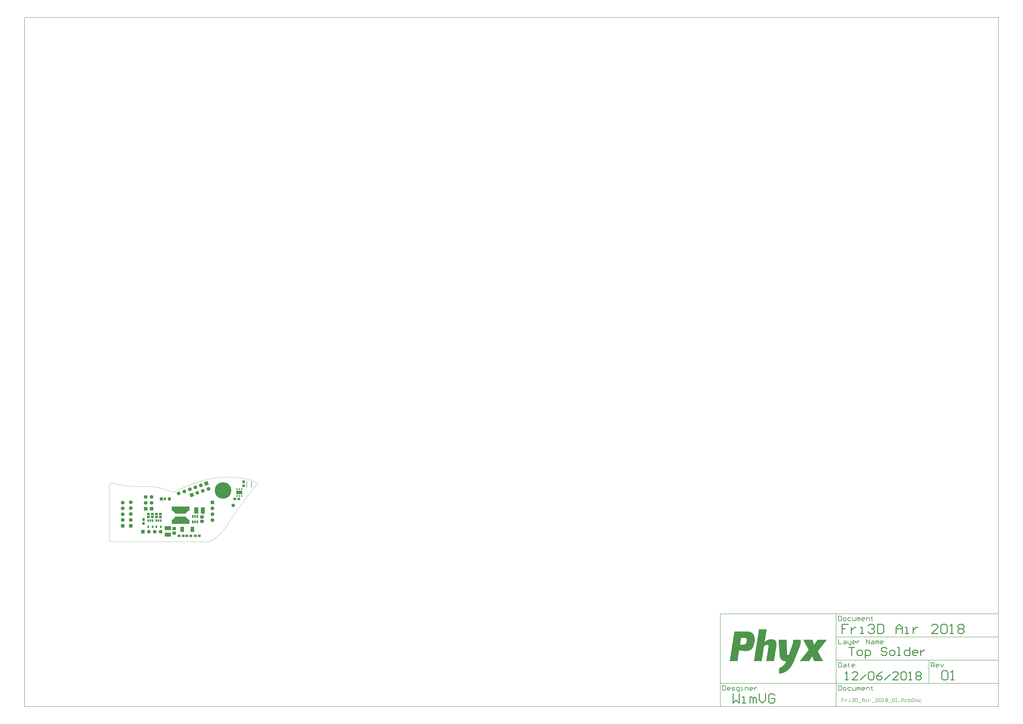
<source format=gts>
G04*
G04 #@! TF.GenerationSoftware,Altium Limited,Altium Designer,18.1.6 (161)*
G04*
G04 Layer_Color=8388736*
%FSLAX25Y25*%
%MOIN*%
G70*
G01*
G75*
%ADD10C,0.00787*%
%ADD11C,0.00984*%
%ADD13C,0.01575*%
%ADD18C,0.00394*%
%ADD33R,0.29921X0.07480*%
%ADD34R,0.24016X0.05118*%
%ADD35R,0.04724X0.04331*%
%ADD36R,0.02756X0.04331*%
%ADD37R,0.05906X0.08661*%
%ADD38R,0.14961X0.04724*%
%ADD39R,0.06299X0.05512*%
%ADD40R,0.06693X0.11024*%
%ADD41R,0.02756X0.04921*%
%ADD42R,0.04331X0.04724*%
%ADD43R,0.09843X0.06299*%
%ADD44R,0.01968X0.03150*%
%ADD45R,0.02362X0.01772*%
%ADD46R,0.11024X0.06693*%
%ADD47C,0.06299*%
%ADD48R,0.06299X0.06299*%
%ADD49R,0.04331X0.04331*%
G04:AMPARAMS|DCode=50|XSize=43.31mil|YSize=43.31mil|CornerRadius=11.81mil|HoleSize=0mil|Usage=FLASHONLY|Rotation=0.000|XOffset=0mil|YOffset=0mil|HoleType=Round|Shape=RoundedRectangle|*
%AMROUNDEDRECTD50*
21,1,0.04331,0.01968,0,0,0.0*
21,1,0.01968,0.04331,0,0,0.0*
1,1,0.02362,0.00984,-0.00984*
1,1,0.02362,-0.00984,-0.00984*
1,1,0.02362,-0.00984,0.00984*
1,1,0.02362,0.00984,0.00984*
%
%ADD50ROUNDEDRECTD50*%
G04:AMPARAMS|DCode=51|XSize=53.15mil|YSize=53.15mil|CornerRadius=14.27mil|HoleSize=0mil|Usage=FLASHONLY|Rotation=0.000|XOffset=0mil|YOffset=0mil|HoleType=Round|Shape=RoundedRectangle|*
%AMROUNDEDRECTD51*
21,1,0.05315,0.02461,0,0,0.0*
21,1,0.02461,0.05315,0,0,0.0*
1,1,0.02854,0.01230,-0.01230*
1,1,0.02854,-0.01230,-0.01230*
1,1,0.02854,-0.01230,0.01230*
1,1,0.02854,0.01230,0.01230*
%
%ADD51ROUNDEDRECTD51*%
%ADD52R,0.05315X0.05315*%
%ADD53R,0.06299X0.06299*%
%ADD54C,0.05906*%
%ADD55P,0.08908X4X65.0*%
%ADD56C,0.27953*%
G36*
X-38347Y58068D02*
X-38310Y58057D01*
X-38276Y58039D01*
X-38246Y58014D01*
X-38221Y57984D01*
X-38203Y57950D01*
X-38192Y57913D01*
X-38188Y57874D01*
Y51575D01*
X-38192Y51536D01*
X-38201Y51508D01*
X-38203Y51499D01*
X-38221Y51465D01*
X-38246Y51435D01*
X-38246Y51435D01*
X-41789Y47892D01*
X-41819Y47867D01*
X-41853Y47849D01*
X-41862Y47846D01*
X-41890Y47837D01*
X-41910Y47836D01*
X-41929Y47834D01*
X-41929Y47834D01*
X-58465D01*
X-58503Y47837D01*
X-58532Y47846D01*
X-58540Y47849D01*
X-58574Y47867D01*
X-58604Y47892D01*
X-58605Y47892D01*
X-62148Y51435D01*
X-62172Y51465D01*
X-62191Y51499D01*
X-62193Y51508D01*
X-62202Y51536D01*
X-62204Y51556D01*
X-62206Y51575D01*
X-62206Y51575D01*
Y57874D01*
X-62202Y57913D01*
X-62191Y57950D01*
X-62172Y57984D01*
X-62148Y58014D01*
X-62118Y58039D01*
X-62084Y58057D01*
X-62046Y58068D01*
X-62008Y58072D01*
X-38386D01*
X-38347Y58068D01*
D02*
G37*
G36*
X-41910Y42716D02*
X-41890Y42714D01*
X-41862Y42705D01*
X-41853Y42702D01*
X-41819Y42684D01*
X-41789Y42660D01*
X-38246Y39116D01*
X-38246Y39116D01*
X-38221Y39086D01*
X-38203Y39052D01*
X-38201Y39044D01*
X-38192Y39015D01*
X-38188Y38976D01*
Y32677D01*
X-38192Y32639D01*
X-38203Y32601D01*
X-38221Y32567D01*
X-38246Y32537D01*
X-38276Y32513D01*
X-38310Y32494D01*
X-38347Y32483D01*
X-38386Y32479D01*
X-62008D01*
X-62046Y32483D01*
X-62084Y32494D01*
X-62118Y32513D01*
X-62148Y32537D01*
X-62172Y32567D01*
X-62191Y32601D01*
X-62202Y32639D01*
X-62206Y32677D01*
Y38976D01*
X-62206Y38976D01*
X-62204Y38996D01*
X-62202Y39015D01*
X-62193Y39044D01*
X-62191Y39052D01*
X-62172Y39086D01*
X-62148Y39116D01*
X-58605Y42660D01*
X-58604Y42660D01*
X-58574Y42684D01*
X-58540Y42702D01*
X-58532Y42705D01*
X-58503Y42714D01*
X-58465Y42717D01*
X-41929D01*
X-41929Y42717D01*
X-41910Y42716D01*
D02*
G37*
G36*
X1047062Y-166394D02*
X1046775D01*
Y-166681D01*
X1046489D01*
Y-166967D01*
Y-167253D01*
X1046203D01*
Y-167539D01*
X1045916D01*
Y-167826D01*
X1045630D01*
Y-168112D01*
Y-168398D01*
X1045344D01*
Y-168685D01*
X1045057D01*
Y-168971D01*
X1044771D01*
Y-169257D01*
X1044485D01*
Y-169544D01*
Y-169830D01*
X1044198D01*
Y-170116D01*
X1043912D01*
Y-170403D01*
X1043626D01*
Y-170689D01*
Y-170975D01*
X1043340D01*
Y-171262D01*
X1043053D01*
Y-171548D01*
X1042767D01*
Y-171834D01*
X1042480D01*
Y-172120D01*
Y-172407D01*
X1042194D01*
Y-172693D01*
X1041908D01*
Y-172979D01*
X1041622D01*
Y-173266D01*
Y-173552D01*
X1041335D01*
Y-173838D01*
X1041049D01*
Y-174125D01*
X1040763D01*
Y-174411D01*
Y-174697D01*
X1040476D01*
Y-174984D01*
X1040190D01*
Y-175270D01*
X1039904D01*
Y-175556D01*
X1039617D01*
Y-175842D01*
Y-176129D01*
X1039331D01*
Y-176415D01*
X1039045D01*
Y-176701D01*
X1038758D01*
Y-176988D01*
Y-177274D01*
X1038472D01*
Y-177560D01*
X1038186D01*
Y-177847D01*
X1037899D01*
Y-178133D01*
Y-178419D01*
X1037613D01*
Y-178706D01*
X1037327D01*
Y-178992D01*
X1037041D01*
Y-179278D01*
X1036754D01*
Y-179565D01*
Y-179851D01*
X1036468D01*
Y-180137D01*
X1036182D01*
Y-180423D01*
X1035895D01*
Y-180710D01*
Y-180996D01*
X1035609D01*
Y-181282D01*
X1035323D01*
Y-181569D01*
X1035036D01*
Y-181855D01*
Y-182141D01*
X1034750D01*
Y-182428D01*
X1034464D01*
Y-182714D01*
X1034177D01*
Y-183000D01*
X1033891D01*
Y-183287D01*
Y-183573D01*
X1033605D01*
Y-183859D01*
X1033319D01*
Y-184146D01*
X1033032D01*
Y-184432D01*
Y-184718D01*
X1032746D01*
Y-185004D01*
X1032460D01*
Y-185291D01*
X1032173D01*
Y-185577D01*
X1031887D01*
Y-185863D01*
Y-186150D01*
X1032173D01*
Y-186436D01*
Y-186722D01*
X1032460D01*
Y-187009D01*
Y-187295D01*
X1032746D01*
Y-187581D01*
X1033032D01*
Y-187868D01*
Y-188154D01*
X1033319D01*
Y-188440D01*
Y-188727D01*
X1033605D01*
Y-189013D01*
Y-189299D01*
X1033891D01*
Y-189585D01*
Y-189872D01*
X1034177D01*
Y-190158D01*
Y-190444D01*
X1034464D01*
Y-190731D01*
Y-191017D01*
X1034750D01*
Y-191303D01*
Y-191590D01*
X1035036D01*
Y-191876D01*
Y-192162D01*
X1035323D01*
Y-192449D01*
X1035609D01*
Y-192735D01*
Y-193021D01*
X1035895D01*
Y-193308D01*
Y-193594D01*
X1036182D01*
Y-193880D01*
Y-194167D01*
X1036468D01*
Y-194453D01*
Y-194739D01*
X1036754D01*
Y-195025D01*
Y-195312D01*
X1037041D01*
Y-195598D01*
Y-195884D01*
X1037327D01*
Y-196171D01*
Y-196457D01*
X1037613D01*
Y-196743D01*
X1037899D01*
Y-197030D01*
Y-197316D01*
X1038186D01*
Y-197602D01*
Y-197889D01*
X1038472D01*
Y-198175D01*
Y-198461D01*
X1038758D01*
Y-198748D01*
Y-199034D01*
X1039045D01*
Y-199320D01*
Y-199606D01*
X1039331D01*
Y-199893D01*
Y-200179D01*
X1039617D01*
Y-200465D01*
Y-200752D01*
X1039904D01*
Y-201038D01*
X1040190D01*
Y-201324D01*
Y-201611D01*
X1040476D01*
Y-201897D01*
Y-202183D01*
X1040763D01*
Y-202470D01*
X1025588D01*
Y-202183D01*
X1025302D01*
Y-201897D01*
Y-201611D01*
Y-201324D01*
X1025016D01*
Y-201038D01*
Y-200752D01*
Y-200465D01*
X1024729D01*
Y-200179D01*
Y-199893D01*
X1024443D01*
Y-199606D01*
Y-199320D01*
Y-199034D01*
X1024156D01*
Y-198748D01*
Y-198461D01*
Y-198175D01*
X1023870D01*
Y-197889D01*
Y-197602D01*
X1023584D01*
Y-197316D01*
Y-197030D01*
Y-196743D01*
X1023298D01*
Y-196457D01*
Y-196171D01*
Y-195884D01*
X1023011D01*
Y-195598D01*
Y-195312D01*
Y-195025D01*
X1022725D01*
Y-194739D01*
X1022152D01*
Y-195025D01*
Y-195312D01*
X1021866D01*
Y-195598D01*
X1021580D01*
Y-195884D01*
Y-196171D01*
X1021293D01*
Y-196457D01*
X1021007D01*
Y-196743D01*
Y-197030D01*
X1020721D01*
Y-197316D01*
X1020434D01*
Y-197602D01*
Y-197889D01*
X1020148D01*
Y-198175D01*
X1019862D01*
Y-198461D01*
X1019576D01*
Y-198748D01*
Y-199034D01*
X1019289D01*
Y-199320D01*
X1019003D01*
Y-199606D01*
Y-199893D01*
X1018717D01*
Y-200179D01*
X1018430D01*
Y-200465D01*
Y-200752D01*
X1018144D01*
Y-201038D01*
X1017858D01*
Y-201324D01*
Y-201611D01*
X1017571D01*
Y-201897D01*
X1017285D01*
Y-202183D01*
Y-202470D01*
X1001252D01*
Y-202183D01*
X1001538D01*
Y-201897D01*
X1001824D01*
Y-201611D01*
X1002110D01*
Y-201324D01*
X1002397D01*
Y-201038D01*
Y-200752D01*
X1002683D01*
Y-200465D01*
X1002969D01*
Y-200179D01*
X1003256D01*
Y-199893D01*
X1003542D01*
Y-199606D01*
Y-199320D01*
X1003828D01*
Y-199034D01*
X1004115D01*
Y-198748D01*
X1004401D01*
Y-198461D01*
Y-198175D01*
X1004687D01*
Y-197889D01*
X1004974D01*
Y-197602D01*
X1005260D01*
Y-197316D01*
X1005546D01*
Y-197030D01*
Y-196743D01*
X1005832D01*
Y-196457D01*
X1006119D01*
Y-196171D01*
X1006405D01*
Y-195884D01*
X1006691D01*
Y-195598D01*
Y-195312D01*
X1006978D01*
Y-195025D01*
X1007264D01*
Y-194739D01*
X1007550D01*
Y-194453D01*
Y-194167D01*
X1007837D01*
Y-193880D01*
X1008123D01*
Y-193594D01*
X1008409D01*
Y-193308D01*
X1008696D01*
Y-193021D01*
Y-192735D01*
X1008982D01*
Y-192449D01*
X1009268D01*
Y-192162D01*
X1009555D01*
Y-191876D01*
Y-191590D01*
X1009841D01*
Y-191303D01*
X1010127D01*
Y-191017D01*
X1010413D01*
Y-190731D01*
X1010700D01*
Y-190444D01*
Y-190158D01*
X1010986D01*
Y-189872D01*
X1011272D01*
Y-189585D01*
X1011559D01*
Y-189299D01*
Y-189013D01*
X1011845D01*
Y-188727D01*
X1012131D01*
Y-188440D01*
X1012418D01*
Y-188154D01*
X1012704D01*
Y-187868D01*
Y-187581D01*
X1012990D01*
Y-187295D01*
X1013277D01*
Y-187009D01*
X1013563D01*
Y-186722D01*
X1013849D01*
Y-186436D01*
Y-186150D01*
X1014136D01*
Y-185863D01*
X1014422D01*
Y-185577D01*
X1014708D01*
Y-185291D01*
Y-185004D01*
X1014995D01*
Y-184718D01*
X1015281D01*
Y-184432D01*
X1015567D01*
Y-184146D01*
X1015853D01*
Y-183859D01*
Y-183573D01*
X1016140D01*
Y-183287D01*
Y-183000D01*
Y-182714D01*
X1015853D01*
Y-182428D01*
X1015567D01*
Y-182141D01*
Y-181855D01*
X1015281D01*
Y-181569D01*
Y-181282D01*
X1014995D01*
Y-180996D01*
Y-180710D01*
X1014708D01*
Y-180423D01*
Y-180137D01*
X1014422D01*
Y-179851D01*
Y-179565D01*
X1014136D01*
Y-179278D01*
Y-178992D01*
X1013849D01*
Y-178706D01*
X1013563D01*
Y-178419D01*
Y-178133D01*
X1013277D01*
Y-177847D01*
Y-177560D01*
X1012990D01*
Y-177274D01*
Y-176988D01*
X1012704D01*
Y-176701D01*
Y-176415D01*
X1012418D01*
Y-176129D01*
Y-175842D01*
X1012131D01*
Y-175556D01*
Y-175270D01*
X1011845D01*
Y-174984D01*
X1011559D01*
Y-174697D01*
Y-174411D01*
X1011272D01*
Y-174125D01*
Y-173838D01*
X1010986D01*
Y-173552D01*
Y-173266D01*
X1010700D01*
Y-172979D01*
Y-172693D01*
X1010413D01*
Y-172407D01*
Y-172120D01*
X1010127D01*
Y-171834D01*
Y-171548D01*
X1009841D01*
Y-171262D01*
Y-170975D01*
X1009555D01*
Y-170689D01*
X1009268D01*
Y-170403D01*
Y-170116D01*
X1008982D01*
Y-169830D01*
Y-169544D01*
X1008696D01*
Y-169257D01*
Y-168971D01*
X1008409D01*
Y-168685D01*
Y-168398D01*
X1008123D01*
Y-168112D01*
Y-167826D01*
X1007837D01*
Y-167539D01*
Y-167253D01*
X1007550D01*
Y-166967D01*
X1007264D01*
Y-166681D01*
Y-166394D01*
X1006978D01*
Y-166108D01*
X1022725D01*
Y-166394D01*
X1023011D01*
Y-166681D01*
Y-166967D01*
Y-167253D01*
X1023298D01*
Y-167539D01*
Y-167826D01*
Y-168112D01*
X1023584D01*
Y-168398D01*
Y-168685D01*
Y-168971D01*
X1023870D01*
Y-169257D01*
Y-169544D01*
Y-169830D01*
X1024156D01*
Y-170116D01*
Y-170403D01*
Y-170689D01*
X1024443D01*
Y-170975D01*
Y-171262D01*
Y-171548D01*
X1024729D01*
Y-171834D01*
Y-172120D01*
Y-172407D01*
X1025016D01*
Y-172693D01*
Y-172979D01*
Y-173266D01*
X1025302D01*
Y-173552D01*
Y-173838D01*
Y-174125D01*
Y-174411D01*
X1025874D01*
Y-174125D01*
X1026161D01*
Y-173838D01*
X1026447D01*
Y-173552D01*
Y-173266D01*
X1026733D01*
Y-172979D01*
X1027020D01*
Y-172693D01*
Y-172407D01*
X1027306D01*
Y-172120D01*
X1027592D01*
Y-171834D01*
Y-171548D01*
X1027879D01*
Y-171262D01*
X1028165D01*
Y-170975D01*
Y-170689D01*
X1028451D01*
Y-170403D01*
X1028738D01*
Y-170116D01*
Y-169830D01*
X1029024D01*
Y-169544D01*
X1029310D01*
Y-169257D01*
Y-168971D01*
X1029597D01*
Y-168685D01*
X1029883D01*
Y-168398D01*
Y-168112D01*
X1030169D01*
Y-167826D01*
X1030455D01*
Y-167539D01*
Y-167253D01*
X1030742D01*
Y-166967D01*
X1031028D01*
Y-166681D01*
Y-166394D01*
X1031314D01*
Y-166108D01*
X1047062D01*
Y-166394D01*
D02*
G37*
G36*
X913926Y-152365D02*
X915644D01*
Y-152651D01*
X916503D01*
Y-152937D01*
X917362D01*
Y-153224D01*
X918221D01*
Y-153510D01*
X918793D01*
Y-153796D01*
X919080D01*
Y-154083D01*
X919652D01*
Y-154369D01*
X919939D01*
Y-154655D01*
X920511D01*
Y-154942D01*
X920798D01*
Y-155228D01*
X921084D01*
Y-155514D01*
X921370D01*
Y-155801D01*
X921657D01*
Y-156087D01*
X921943D01*
Y-156373D01*
X922229D01*
Y-156659D01*
Y-156946D01*
X922515D01*
Y-157232D01*
X922802D01*
Y-157518D01*
Y-157805D01*
X923088D01*
Y-158091D01*
X923374D01*
Y-158377D01*
Y-158664D01*
X923661D01*
Y-158950D01*
Y-159236D01*
Y-159523D01*
X923947D01*
Y-159809D01*
Y-160095D01*
Y-160382D01*
X924233D01*
Y-160668D01*
Y-160954D01*
Y-161240D01*
Y-161527D01*
X924520D01*
Y-161813D01*
Y-162100D01*
Y-162386D01*
Y-162672D01*
Y-162958D01*
X924806D01*
Y-163245D01*
Y-163531D01*
Y-163817D01*
Y-164104D01*
Y-164390D01*
Y-164676D01*
Y-164963D01*
Y-165249D01*
Y-165535D01*
Y-165822D01*
Y-166108D01*
Y-166394D01*
Y-166681D01*
Y-166967D01*
Y-167253D01*
Y-167539D01*
Y-167826D01*
Y-168112D01*
Y-168398D01*
Y-168685D01*
X924520D01*
Y-168971D01*
Y-169257D01*
Y-169544D01*
Y-169830D01*
Y-170116D01*
Y-170403D01*
Y-170689D01*
X924233D01*
Y-170975D01*
Y-171262D01*
Y-171548D01*
Y-171834D01*
Y-172120D01*
X923947D01*
Y-172407D01*
Y-172693D01*
Y-172979D01*
Y-173266D01*
Y-173552D01*
X923661D01*
Y-173838D01*
Y-174125D01*
Y-174411D01*
X923374D01*
Y-174697D01*
Y-174984D01*
Y-175270D01*
Y-175556D01*
X923088D01*
Y-175842D01*
Y-176129D01*
Y-176415D01*
X922802D01*
Y-176701D01*
Y-176988D01*
X922515D01*
Y-177274D01*
Y-177560D01*
Y-177847D01*
X922229D01*
Y-178133D01*
Y-178419D01*
X921943D01*
Y-178706D01*
Y-178992D01*
X921657D01*
Y-179278D01*
Y-179565D01*
X921370D01*
Y-179851D01*
X921084D01*
Y-180137D01*
Y-180423D01*
X920798D01*
Y-180710D01*
X920511D01*
Y-180996D01*
X920225D01*
Y-181282D01*
Y-181569D01*
X919939D01*
Y-181855D01*
X919652D01*
Y-182141D01*
X919366D01*
Y-182428D01*
X919080D01*
Y-182714D01*
X918793D01*
Y-183000D01*
X918221D01*
Y-183287D01*
X917934D01*
Y-183573D01*
X917362D01*
Y-183859D01*
X917076D01*
Y-184146D01*
X916503D01*
Y-184432D01*
X915644D01*
Y-184718D01*
X914785D01*
Y-185004D01*
X913926D01*
Y-185291D01*
X912208D01*
Y-185577D01*
X907055D01*
Y-185291D01*
X904478D01*
Y-185004D01*
X902474D01*
Y-184718D01*
X901042D01*
Y-184432D01*
X899610D01*
Y-184146D01*
X898179D01*
Y-184432D01*
Y-184718D01*
Y-185004D01*
Y-185291D01*
Y-185577D01*
Y-185863D01*
Y-186150D01*
X897892D01*
Y-186436D01*
Y-186722D01*
Y-187009D01*
Y-187295D01*
Y-187581D01*
Y-187868D01*
X897606D01*
Y-188154D01*
Y-188440D01*
Y-188727D01*
Y-189013D01*
Y-189299D01*
Y-189585D01*
X897320D01*
Y-189872D01*
Y-190158D01*
Y-190444D01*
Y-190731D01*
Y-191017D01*
Y-191303D01*
Y-191590D01*
X897034D01*
Y-191876D01*
Y-192162D01*
Y-192449D01*
Y-192735D01*
Y-193021D01*
Y-193308D01*
X896747D01*
Y-193594D01*
Y-193880D01*
Y-194167D01*
Y-194453D01*
Y-194739D01*
Y-195025D01*
X896461D01*
Y-195312D01*
Y-195598D01*
Y-195884D01*
Y-196171D01*
Y-196457D01*
Y-196743D01*
Y-197030D01*
X896175D01*
Y-197316D01*
Y-197602D01*
Y-197889D01*
Y-198175D01*
Y-198461D01*
Y-198748D01*
X895888D01*
Y-199034D01*
Y-199320D01*
Y-199606D01*
Y-199893D01*
Y-200179D01*
Y-200465D01*
X895602D01*
Y-200752D01*
Y-201038D01*
Y-201324D01*
Y-201611D01*
Y-201897D01*
Y-202183D01*
Y-202470D01*
X882145D01*
Y-202183D01*
X882432D01*
Y-201897D01*
Y-201611D01*
Y-201324D01*
Y-201038D01*
Y-200752D01*
X882718D01*
Y-200465D01*
Y-200179D01*
Y-199893D01*
Y-199606D01*
Y-199320D01*
Y-199034D01*
Y-198748D01*
X883004D01*
Y-198461D01*
Y-198175D01*
Y-197889D01*
Y-197602D01*
Y-197316D01*
Y-197030D01*
X883291D01*
Y-196743D01*
Y-196457D01*
Y-196171D01*
Y-195884D01*
Y-195598D01*
Y-195312D01*
X883577D01*
Y-195025D01*
Y-194739D01*
Y-194453D01*
Y-194167D01*
Y-193880D01*
Y-193594D01*
Y-193308D01*
X883863D01*
Y-193021D01*
Y-192735D01*
Y-192449D01*
Y-192162D01*
Y-191876D01*
Y-191590D01*
X884149D01*
Y-191303D01*
Y-191017D01*
Y-190731D01*
Y-190444D01*
Y-190158D01*
Y-189872D01*
X884436D01*
Y-189585D01*
Y-189299D01*
Y-189013D01*
Y-188727D01*
Y-188440D01*
Y-188154D01*
X884722D01*
Y-187868D01*
Y-187581D01*
Y-187295D01*
Y-187009D01*
Y-186722D01*
Y-186436D01*
Y-186150D01*
X885009D01*
Y-185863D01*
Y-185577D01*
Y-185291D01*
Y-185004D01*
Y-184718D01*
Y-184432D01*
X885295D01*
Y-184146D01*
Y-183859D01*
Y-183573D01*
Y-183287D01*
Y-183000D01*
Y-182714D01*
X885581D01*
Y-182428D01*
Y-182141D01*
Y-181855D01*
Y-181569D01*
Y-181282D01*
Y-180996D01*
X885867D01*
Y-180710D01*
Y-180423D01*
Y-180137D01*
Y-179851D01*
Y-179565D01*
Y-179278D01*
Y-178992D01*
X886154D01*
Y-178706D01*
Y-178419D01*
Y-178133D01*
Y-177847D01*
Y-177560D01*
Y-177274D01*
X886440D01*
Y-176988D01*
Y-176701D01*
Y-176415D01*
Y-176129D01*
Y-175842D01*
Y-175556D01*
X886726D01*
Y-175270D01*
Y-174984D01*
Y-174697D01*
Y-174411D01*
Y-174125D01*
Y-173838D01*
Y-173552D01*
X887013D01*
Y-173266D01*
Y-172979D01*
Y-172693D01*
Y-172407D01*
Y-172120D01*
Y-171834D01*
X887299D01*
Y-171548D01*
Y-171262D01*
Y-170975D01*
Y-170689D01*
Y-170403D01*
Y-170116D01*
X887585D01*
Y-169830D01*
Y-169544D01*
Y-169257D01*
Y-168971D01*
Y-168685D01*
Y-168398D01*
X887872D01*
Y-168112D01*
Y-167826D01*
Y-167539D01*
Y-167253D01*
Y-166967D01*
Y-166681D01*
Y-166394D01*
X888158D01*
Y-166108D01*
Y-165822D01*
Y-165535D01*
Y-165249D01*
Y-164963D01*
Y-164676D01*
X888444D01*
Y-164390D01*
Y-164104D01*
Y-163817D01*
Y-163531D01*
Y-163245D01*
Y-162958D01*
X888731D01*
Y-162672D01*
Y-162386D01*
Y-162100D01*
Y-161813D01*
Y-161527D01*
Y-161240D01*
Y-160954D01*
X889017D01*
Y-160668D01*
Y-160382D01*
Y-160095D01*
Y-159809D01*
Y-159523D01*
Y-159236D01*
X889303D01*
Y-158950D01*
Y-158664D01*
Y-158377D01*
Y-158091D01*
Y-157805D01*
Y-157518D01*
X889590D01*
Y-157232D01*
Y-156946D01*
Y-156659D01*
Y-156373D01*
Y-156087D01*
Y-155801D01*
Y-155514D01*
X889876D01*
Y-155228D01*
Y-154942D01*
Y-154655D01*
Y-154369D01*
Y-154083D01*
Y-153796D01*
X890162D01*
Y-153510D01*
Y-153224D01*
Y-152937D01*
Y-152651D01*
Y-152365D01*
Y-152078D01*
X913926D01*
Y-152365D01*
D02*
G37*
G36*
X1002969Y-166394D02*
Y-166681D01*
Y-166967D01*
Y-167253D01*
Y-167539D01*
Y-167826D01*
Y-168112D01*
Y-168398D01*
Y-168685D01*
Y-168971D01*
Y-169257D01*
Y-169544D01*
Y-169830D01*
Y-170116D01*
Y-170403D01*
Y-170689D01*
Y-170975D01*
Y-171262D01*
Y-171548D01*
Y-171834D01*
Y-172120D01*
X1002683D01*
Y-172407D01*
Y-172693D01*
Y-172979D01*
Y-173266D01*
Y-173552D01*
X1002397D01*
Y-173838D01*
Y-174125D01*
Y-174411D01*
Y-174697D01*
X1002110D01*
Y-174984D01*
Y-175270D01*
Y-175556D01*
Y-175842D01*
X1001824D01*
Y-176129D01*
Y-176415D01*
Y-176701D01*
X1001538D01*
Y-176988D01*
Y-177274D01*
Y-177560D01*
X1001252D01*
Y-177847D01*
Y-178133D01*
Y-178419D01*
X1000965D01*
Y-178706D01*
Y-178992D01*
Y-179278D01*
X1000679D01*
Y-179565D01*
Y-179851D01*
X1000393D01*
Y-180137D01*
Y-180423D01*
X1000106D01*
Y-180710D01*
Y-180996D01*
Y-181282D01*
X999820D01*
Y-181569D01*
Y-181855D01*
X999534D01*
Y-182141D01*
Y-182428D01*
Y-182714D01*
X999247D01*
Y-183000D01*
Y-183287D01*
X998961D01*
Y-183573D01*
Y-183859D01*
Y-184146D01*
X998675D01*
Y-184432D01*
Y-184718D01*
X998388D01*
Y-185004D01*
Y-185291D01*
Y-185577D01*
X998102D01*
Y-185863D01*
Y-186150D01*
X997816D01*
Y-186436D01*
Y-186722D01*
Y-187009D01*
X997529D01*
Y-187295D01*
Y-187581D01*
X997243D01*
Y-187868D01*
Y-188154D01*
Y-188440D01*
X996957D01*
Y-188727D01*
Y-189013D01*
X996671D01*
Y-189299D01*
Y-189585D01*
Y-189872D01*
X996384D01*
Y-190158D01*
Y-190444D01*
X996098D01*
Y-190731D01*
Y-191017D01*
Y-191303D01*
X995811D01*
Y-191590D01*
Y-191876D01*
X995525D01*
Y-192162D01*
Y-192449D01*
Y-192735D01*
X995239D01*
Y-193021D01*
Y-193308D01*
X994953D01*
Y-193594D01*
Y-193880D01*
Y-194167D01*
X994666D01*
Y-194453D01*
Y-194739D01*
X994380D01*
Y-195025D01*
Y-195312D01*
Y-195598D01*
X994094D01*
Y-195884D01*
Y-196171D01*
X993807D01*
Y-196457D01*
Y-196743D01*
Y-197030D01*
X993521D01*
Y-197316D01*
Y-197602D01*
X993235D01*
Y-197889D01*
Y-198175D01*
Y-198461D01*
X992948D01*
Y-198748D01*
Y-199034D01*
X992662D01*
Y-199320D01*
Y-199606D01*
Y-199893D01*
X992376D01*
Y-200179D01*
Y-200465D01*
X992089D01*
Y-200752D01*
Y-201038D01*
Y-201324D01*
X991803D01*
Y-201611D01*
Y-201897D01*
X991517D01*
Y-202183D01*
Y-202470D01*
Y-202756D01*
X991230D01*
Y-203042D01*
Y-203328D01*
X990944D01*
Y-203615D01*
Y-203901D01*
X990658D01*
Y-204187D01*
Y-204474D01*
X990372D01*
Y-204760D01*
Y-205046D01*
Y-205333D01*
X990085D01*
Y-205619D01*
X989799D01*
Y-205905D01*
Y-206192D01*
Y-206478D01*
X989513D01*
Y-206764D01*
X989226D01*
Y-207051D01*
Y-207337D01*
X988940D01*
Y-207623D01*
Y-207909D01*
X988654D01*
Y-208196D01*
Y-208482D01*
X988367D01*
Y-208769D01*
Y-209055D01*
X988081D01*
Y-209341D01*
X987795D01*
Y-209627D01*
Y-209914D01*
X987508D01*
Y-210200D01*
Y-210486D01*
X987222D01*
Y-210773D01*
X986936D01*
Y-211059D01*
X986650D01*
Y-211345D01*
Y-211632D01*
X986363D01*
Y-211918D01*
X986077D01*
Y-212204D01*
Y-212491D01*
X985791D01*
Y-212777D01*
X985504D01*
Y-213063D01*
X985218D01*
Y-213350D01*
Y-213636D01*
X984932D01*
Y-213922D01*
X984645D01*
Y-214208D01*
X984359D01*
Y-214495D01*
X984073D01*
Y-214781D01*
X983786D01*
Y-215067D01*
Y-215354D01*
X983500D01*
Y-215640D01*
X983214D01*
Y-215926D01*
X982928D01*
Y-216213D01*
X982641D01*
Y-216499D01*
X982355D01*
Y-216785D01*
X982069D01*
Y-217072D01*
X981782D01*
Y-217358D01*
X981210D01*
Y-217644D01*
X980923D01*
Y-217931D01*
X980637D01*
Y-218217D01*
X980351D01*
Y-218503D01*
X980064D01*
Y-218789D01*
X979492D01*
Y-219076D01*
X979205D01*
Y-219362D01*
X978633D01*
Y-219648D01*
X978347D01*
Y-219935D01*
X977774D01*
Y-220221D01*
X977487D01*
Y-220507D01*
X976915D01*
Y-220794D01*
X976342D01*
Y-221080D01*
X975770D01*
Y-221366D01*
X975197D01*
Y-221653D01*
X974624D01*
Y-221939D01*
X973765D01*
Y-222225D01*
X973193D01*
Y-222512D01*
X972334D01*
Y-222798D01*
X971189D01*
Y-223084D01*
X970043D01*
Y-223370D01*
X968326D01*
Y-223657D01*
X966321D01*
Y-223943D01*
X966035D01*
Y-223657D01*
Y-223370D01*
Y-223084D01*
Y-222798D01*
Y-222512D01*
Y-222225D01*
Y-221939D01*
Y-221653D01*
Y-221366D01*
Y-221080D01*
Y-220794D01*
Y-220507D01*
Y-220221D01*
Y-219935D01*
Y-219648D01*
Y-219362D01*
Y-219076D01*
Y-218789D01*
Y-218503D01*
Y-218217D01*
Y-217931D01*
Y-217644D01*
Y-217358D01*
Y-217072D01*
Y-216785D01*
Y-216499D01*
Y-216213D01*
Y-215926D01*
Y-215640D01*
Y-215354D01*
Y-215067D01*
Y-214781D01*
Y-214495D01*
X966608D01*
Y-214208D01*
X967180D01*
Y-213922D01*
X967753D01*
Y-213636D01*
X968326D01*
Y-213350D01*
X968898D01*
Y-213063D01*
X969471D01*
Y-212777D01*
X969757D01*
Y-212491D01*
X970330D01*
Y-212204D01*
X970616D01*
Y-211918D01*
X971189D01*
Y-211632D01*
X971475D01*
Y-211345D01*
X971761D01*
Y-211059D01*
X972334D01*
Y-210773D01*
X972620D01*
Y-210486D01*
X972906D01*
Y-210200D01*
X973193D01*
Y-209914D01*
X973479D01*
Y-209627D01*
X973765D01*
Y-209341D01*
X974052D01*
Y-209055D01*
X974338D01*
Y-208769D01*
X974624D01*
Y-208482D01*
X974911D01*
Y-208196D01*
X975197D01*
Y-207909D01*
X975483D01*
Y-207623D01*
Y-207337D01*
X975770D01*
Y-207051D01*
X976056D01*
Y-206764D01*
X976342D01*
Y-206478D01*
Y-206192D01*
X976629D01*
Y-205905D01*
X976915D01*
Y-205619D01*
Y-205333D01*
X977201D01*
Y-205046D01*
Y-204760D01*
X977487D01*
Y-204474D01*
X977774D01*
Y-204187D01*
Y-203901D01*
X978060D01*
Y-203615D01*
Y-203328D01*
X978347D01*
Y-203042D01*
Y-202756D01*
X976629D01*
Y-202470D01*
X974624D01*
Y-202183D01*
X973479D01*
Y-201897D01*
X972906D01*
Y-201611D01*
X972048D01*
Y-201324D01*
X971475D01*
Y-201038D01*
X971189D01*
Y-200752D01*
X970616D01*
Y-200465D01*
X970330D01*
Y-200179D01*
X970043D01*
Y-199893D01*
X969757D01*
Y-199606D01*
X969471D01*
Y-199320D01*
X969184D01*
Y-199034D01*
Y-198748D01*
X968898D01*
Y-198461D01*
X968612D01*
Y-198175D01*
Y-197889D01*
X968326D01*
Y-197602D01*
Y-197316D01*
X968039D01*
Y-197030D01*
Y-196743D01*
X967753D01*
Y-196457D01*
Y-196171D01*
Y-195884D01*
X967467D01*
Y-195598D01*
Y-195312D01*
Y-195025D01*
Y-194739D01*
X967180D01*
Y-194453D01*
Y-194167D01*
Y-193880D01*
Y-193594D01*
Y-193308D01*
Y-193021D01*
Y-192735D01*
X966894D01*
Y-192449D01*
Y-192162D01*
Y-191876D01*
Y-191590D01*
Y-191303D01*
Y-191017D01*
Y-190731D01*
Y-190444D01*
Y-190158D01*
Y-189872D01*
Y-189585D01*
Y-189299D01*
Y-189013D01*
Y-188727D01*
Y-188440D01*
X966608D01*
Y-188154D01*
Y-187868D01*
Y-187581D01*
Y-187295D01*
Y-187009D01*
Y-186722D01*
Y-186436D01*
Y-186150D01*
Y-185863D01*
Y-185577D01*
Y-185291D01*
Y-185004D01*
Y-184718D01*
Y-184432D01*
Y-184146D01*
X966321D01*
Y-183859D01*
Y-183573D01*
Y-183287D01*
Y-183000D01*
Y-182714D01*
Y-182428D01*
Y-182141D01*
Y-181855D01*
Y-181569D01*
Y-181282D01*
Y-180996D01*
Y-180710D01*
Y-180423D01*
Y-180137D01*
Y-179851D01*
Y-179565D01*
X966035D01*
Y-179278D01*
Y-178992D01*
Y-178706D01*
Y-178419D01*
Y-178133D01*
Y-177847D01*
Y-177560D01*
Y-177274D01*
Y-176988D01*
Y-176701D01*
Y-176415D01*
Y-176129D01*
Y-175842D01*
Y-175556D01*
Y-175270D01*
Y-174984D01*
X965749D01*
Y-174697D01*
Y-174411D01*
Y-174125D01*
Y-173838D01*
Y-173552D01*
Y-173266D01*
Y-172979D01*
Y-172693D01*
Y-172407D01*
Y-172120D01*
Y-171834D01*
Y-171548D01*
Y-171262D01*
Y-170975D01*
X965462D01*
Y-170689D01*
Y-170403D01*
Y-170116D01*
Y-169830D01*
Y-169544D01*
Y-169257D01*
Y-168971D01*
Y-168685D01*
Y-168398D01*
Y-168112D01*
Y-167826D01*
Y-167539D01*
Y-167253D01*
Y-166967D01*
Y-166681D01*
Y-166394D01*
X965176D01*
Y-166108D01*
X978919D01*
Y-166394D01*
Y-166681D01*
Y-166967D01*
Y-167253D01*
Y-167539D01*
Y-167826D01*
Y-168112D01*
Y-168398D01*
Y-168685D01*
Y-168971D01*
Y-169257D01*
Y-169544D01*
Y-169830D01*
Y-170116D01*
X979205D01*
Y-170403D01*
Y-170689D01*
Y-170975D01*
Y-171262D01*
Y-171548D01*
Y-171834D01*
Y-172120D01*
Y-172407D01*
Y-172693D01*
Y-172979D01*
Y-173266D01*
Y-173552D01*
Y-173838D01*
Y-174125D01*
Y-174411D01*
Y-174697D01*
Y-174984D01*
Y-175270D01*
Y-175556D01*
Y-175842D01*
Y-176129D01*
Y-176415D01*
Y-176701D01*
Y-176988D01*
Y-177274D01*
Y-177560D01*
Y-177847D01*
Y-178133D01*
Y-178419D01*
Y-178706D01*
Y-178992D01*
Y-179278D01*
Y-179565D01*
Y-179851D01*
Y-180137D01*
Y-180423D01*
Y-180710D01*
Y-180996D01*
Y-181282D01*
Y-181569D01*
Y-181855D01*
X979492D01*
Y-182141D01*
X979205D01*
Y-182428D01*
Y-182714D01*
X979492D01*
Y-183000D01*
Y-183287D01*
Y-183573D01*
Y-183859D01*
Y-184146D01*
Y-184432D01*
Y-184718D01*
Y-185004D01*
Y-185291D01*
Y-185577D01*
Y-185863D01*
Y-186150D01*
Y-186436D01*
Y-186722D01*
Y-187009D01*
Y-187295D01*
Y-187581D01*
Y-187868D01*
Y-188154D01*
Y-188440D01*
Y-188727D01*
Y-189013D01*
Y-189299D01*
Y-189585D01*
Y-189872D01*
Y-190158D01*
X979778D01*
Y-190444D01*
Y-190731D01*
Y-191017D01*
X980064D01*
Y-191303D01*
X980351D01*
Y-191590D01*
X980637D01*
Y-191876D01*
X981496D01*
Y-192162D01*
X982355D01*
Y-191876D01*
X982641D01*
Y-191590D01*
Y-191303D01*
Y-191017D01*
X982928D01*
Y-190731D01*
Y-190444D01*
X983214D01*
Y-190158D01*
Y-189872D01*
Y-189585D01*
X983500D01*
Y-189299D01*
Y-189013D01*
Y-188727D01*
X983786D01*
Y-188440D01*
Y-188154D01*
Y-187868D01*
X984073D01*
Y-187581D01*
Y-187295D01*
Y-187009D01*
X984359D01*
Y-186722D01*
Y-186436D01*
X984645D01*
Y-186150D01*
Y-185863D01*
Y-185577D01*
X984932D01*
Y-185291D01*
Y-185004D01*
Y-184718D01*
X985218D01*
Y-184432D01*
Y-184146D01*
Y-183859D01*
X985504D01*
Y-183573D01*
Y-183287D01*
X985791D01*
Y-183000D01*
Y-182714D01*
Y-182428D01*
X986077D01*
Y-182141D01*
Y-181855D01*
Y-181569D01*
X986363D01*
Y-181282D01*
Y-180996D01*
Y-180710D01*
X986650D01*
Y-180423D01*
Y-180137D01*
X986936D01*
Y-179851D01*
Y-179565D01*
Y-179278D01*
X987222D01*
Y-178992D01*
Y-178706D01*
Y-178419D01*
X987508D01*
Y-178133D01*
Y-177847D01*
Y-177560D01*
X987795D01*
Y-177274D01*
Y-176988D01*
X988081D01*
Y-176701D01*
Y-176415D01*
Y-176129D01*
X988367D01*
Y-175842D01*
Y-175556D01*
Y-175270D01*
X988654D01*
Y-174984D01*
Y-174697D01*
Y-174411D01*
X988940D01*
Y-174125D01*
Y-173838D01*
Y-173552D01*
Y-173266D01*
X989226D01*
Y-172979D01*
Y-172693D01*
Y-172407D01*
Y-172120D01*
X989513D01*
Y-171834D01*
Y-171548D01*
Y-171262D01*
Y-170975D01*
Y-170689D01*
X989799D01*
Y-170403D01*
Y-170116D01*
Y-169830D01*
Y-169544D01*
Y-169257D01*
Y-168971D01*
X990085D01*
Y-168685D01*
Y-168398D01*
Y-168112D01*
Y-167826D01*
Y-167539D01*
Y-167253D01*
Y-166967D01*
Y-166681D01*
Y-166394D01*
Y-166108D01*
X1002969D01*
Y-166394D01*
D02*
G37*
G36*
X945134Y-148929D02*
Y-149215D01*
X944848D01*
Y-149502D01*
Y-149788D01*
Y-150074D01*
Y-150361D01*
Y-150647D01*
Y-150933D01*
X944561D01*
Y-151220D01*
Y-151506D01*
Y-151792D01*
Y-152078D01*
Y-152365D01*
Y-152651D01*
X944275D01*
Y-152937D01*
Y-153224D01*
Y-153510D01*
Y-153796D01*
Y-154083D01*
Y-154369D01*
Y-154655D01*
X943989D01*
Y-154942D01*
Y-155228D01*
Y-155514D01*
Y-155801D01*
Y-156087D01*
Y-156373D01*
X943703D01*
Y-156659D01*
Y-156946D01*
Y-157232D01*
Y-157518D01*
Y-157805D01*
Y-158091D01*
X943416D01*
Y-158377D01*
Y-158664D01*
Y-158950D01*
Y-159236D01*
Y-159523D01*
Y-159809D01*
Y-160095D01*
X943130D01*
Y-160382D01*
Y-160668D01*
Y-160954D01*
Y-161240D01*
Y-161527D01*
Y-161813D01*
X942844D01*
Y-162100D01*
Y-162386D01*
Y-162672D01*
Y-162958D01*
Y-163245D01*
Y-163531D01*
X942557D01*
Y-163817D01*
Y-164104D01*
Y-164390D01*
Y-164676D01*
Y-164963D01*
Y-165249D01*
X942271D01*
Y-165535D01*
Y-165822D01*
Y-166108D01*
Y-166394D01*
Y-166681D01*
Y-166967D01*
Y-167253D01*
X941985D01*
Y-167539D01*
Y-167826D01*
Y-168112D01*
Y-168398D01*
Y-168685D01*
Y-168971D01*
X941698D01*
Y-169257D01*
Y-169544D01*
X942271D01*
Y-169257D01*
X942557D01*
Y-168971D01*
X942844D01*
Y-168685D01*
X943416D01*
Y-168398D01*
X943703D01*
Y-168112D01*
X943989D01*
Y-167826D01*
X944561D01*
Y-167539D01*
X945134D01*
Y-167253D01*
X945420D01*
Y-166967D01*
X945993D01*
Y-166681D01*
X946852D01*
Y-166394D01*
X947425D01*
Y-166108D01*
X948284D01*
Y-165822D01*
X949715D01*
Y-165535D01*
X956014D01*
Y-165822D01*
X957159D01*
Y-166108D01*
X958018D01*
Y-166394D01*
X958591D01*
Y-166681D01*
X958877D01*
Y-166967D01*
X959450D01*
Y-167253D01*
X959736D01*
Y-167539D01*
X960022D01*
Y-167826D01*
X960309D01*
Y-168112D01*
X960595D01*
Y-168398D01*
Y-168685D01*
X960881D01*
Y-168971D01*
Y-169257D01*
X961168D01*
Y-169544D01*
Y-169830D01*
Y-170116D01*
X961454D01*
Y-170403D01*
Y-170689D01*
Y-170975D01*
Y-171262D01*
X961740D01*
Y-171548D01*
Y-171834D01*
Y-172120D01*
Y-172407D01*
Y-172693D01*
Y-172979D01*
Y-173266D01*
Y-173552D01*
Y-173838D01*
Y-174125D01*
Y-174411D01*
Y-174697D01*
Y-174984D01*
Y-175270D01*
Y-175556D01*
Y-175842D01*
Y-176129D01*
Y-176415D01*
X961454D01*
Y-176701D01*
Y-176988D01*
Y-177274D01*
Y-177560D01*
Y-177847D01*
Y-178133D01*
Y-178419D01*
X961168D01*
Y-178706D01*
Y-178992D01*
Y-179278D01*
Y-179565D01*
Y-179851D01*
Y-180137D01*
Y-180423D01*
X960881D01*
Y-180710D01*
Y-180996D01*
Y-181282D01*
Y-181569D01*
Y-181855D01*
Y-182141D01*
X960595D01*
Y-182428D01*
Y-182714D01*
Y-183000D01*
Y-183287D01*
Y-183573D01*
Y-183859D01*
X960309D01*
Y-184146D01*
Y-184432D01*
Y-184718D01*
Y-185004D01*
Y-185291D01*
Y-185577D01*
X960022D01*
Y-185863D01*
Y-186150D01*
Y-186436D01*
Y-186722D01*
Y-187009D01*
Y-187295D01*
Y-187581D01*
X959736D01*
Y-187868D01*
Y-188154D01*
Y-188440D01*
Y-188727D01*
Y-189013D01*
Y-189299D01*
X959450D01*
Y-189585D01*
Y-189872D01*
Y-190158D01*
Y-190444D01*
Y-190731D01*
Y-191017D01*
X959163D01*
Y-191303D01*
Y-191590D01*
Y-191876D01*
Y-192162D01*
Y-192449D01*
Y-192735D01*
Y-193021D01*
X958877D01*
Y-193308D01*
Y-193594D01*
Y-193880D01*
Y-194167D01*
Y-194453D01*
Y-194739D01*
X958591D01*
Y-195025D01*
Y-195312D01*
Y-195598D01*
Y-195884D01*
Y-196171D01*
Y-196457D01*
X958305D01*
Y-196743D01*
Y-197030D01*
Y-197316D01*
Y-197602D01*
Y-197889D01*
Y-198175D01*
X958018D01*
Y-198461D01*
Y-198748D01*
Y-199034D01*
Y-199320D01*
Y-199606D01*
Y-199893D01*
Y-200179D01*
X957732D01*
Y-200465D01*
Y-200752D01*
Y-201038D01*
Y-201324D01*
Y-201611D01*
Y-201897D01*
X957446D01*
Y-202183D01*
Y-202470D01*
X944275D01*
Y-202183D01*
Y-201897D01*
X944561D01*
Y-201611D01*
Y-201324D01*
Y-201038D01*
Y-200752D01*
Y-200465D01*
Y-200179D01*
X944848D01*
Y-199893D01*
Y-199606D01*
Y-199320D01*
Y-199034D01*
Y-198748D01*
Y-198461D01*
Y-198175D01*
X945134D01*
Y-197889D01*
Y-197602D01*
Y-197316D01*
Y-197030D01*
Y-196743D01*
Y-196457D01*
X945420D01*
Y-196171D01*
Y-195884D01*
Y-195598D01*
Y-195312D01*
Y-195025D01*
Y-194739D01*
X945707D01*
Y-194453D01*
Y-194167D01*
Y-193880D01*
Y-193594D01*
Y-193308D01*
Y-193021D01*
Y-192735D01*
X945993D01*
Y-192449D01*
Y-192162D01*
Y-191876D01*
Y-191590D01*
Y-191303D01*
Y-191017D01*
X946279D01*
Y-190731D01*
Y-190444D01*
Y-190158D01*
Y-189872D01*
Y-189585D01*
Y-189299D01*
Y-189013D01*
X946566D01*
Y-188727D01*
Y-188440D01*
Y-188154D01*
Y-187868D01*
Y-187581D01*
Y-187295D01*
X946852D01*
Y-187009D01*
Y-186722D01*
Y-186436D01*
Y-186150D01*
Y-185863D01*
Y-185577D01*
X947138D01*
Y-185291D01*
Y-185004D01*
Y-184718D01*
Y-184432D01*
Y-184146D01*
Y-183859D01*
X947425D01*
Y-183573D01*
Y-183287D01*
Y-183000D01*
Y-182714D01*
Y-182428D01*
Y-182141D01*
Y-181855D01*
X947711D01*
Y-181569D01*
Y-181282D01*
Y-180996D01*
Y-180710D01*
Y-180423D01*
Y-180137D01*
X947997D01*
Y-179851D01*
Y-179565D01*
Y-179278D01*
Y-178992D01*
Y-178706D01*
Y-178419D01*
Y-178133D01*
X948284D01*
Y-177847D01*
Y-177560D01*
Y-177274D01*
Y-176988D01*
Y-176701D01*
Y-176415D01*
X947997D01*
Y-176129D01*
Y-175842D01*
X947711D01*
Y-175556D01*
X947425D01*
Y-175270D01*
X946852D01*
Y-174984D01*
X945134D01*
Y-175270D01*
X943703D01*
Y-175556D01*
X942844D01*
Y-175842D01*
X942271D01*
Y-176129D01*
X941985D01*
Y-176415D01*
X941412D01*
Y-176701D01*
X941126D01*
Y-176988D01*
X940839D01*
Y-177274D01*
Y-177560D01*
X940553D01*
Y-177847D01*
Y-178133D01*
Y-178419D01*
X940267D01*
Y-178706D01*
Y-178992D01*
Y-179278D01*
Y-179565D01*
Y-179851D01*
Y-180137D01*
X939981D01*
Y-180423D01*
Y-180710D01*
Y-180996D01*
Y-181282D01*
Y-181569D01*
Y-181855D01*
Y-182141D01*
X939694D01*
Y-182428D01*
Y-182714D01*
Y-183000D01*
Y-183287D01*
Y-183573D01*
Y-183859D01*
X939408D01*
Y-184146D01*
Y-184432D01*
Y-184718D01*
Y-185004D01*
Y-185291D01*
Y-185577D01*
X939122D01*
Y-185863D01*
Y-186150D01*
Y-186436D01*
Y-186722D01*
Y-187009D01*
Y-187295D01*
X938835D01*
Y-187581D01*
Y-187868D01*
Y-188154D01*
Y-188440D01*
Y-188727D01*
Y-189013D01*
Y-189299D01*
X938549D01*
Y-189585D01*
Y-189872D01*
Y-190158D01*
Y-190444D01*
Y-190731D01*
Y-191017D01*
X938263D01*
Y-191303D01*
Y-191590D01*
Y-191876D01*
Y-192162D01*
Y-192449D01*
Y-192735D01*
X937976D01*
Y-193021D01*
Y-193308D01*
Y-193594D01*
Y-193880D01*
Y-194167D01*
Y-194453D01*
Y-194739D01*
X937690D01*
Y-195025D01*
Y-195312D01*
Y-195598D01*
Y-195884D01*
Y-196171D01*
Y-196457D01*
X937404D01*
Y-196743D01*
Y-197030D01*
Y-197316D01*
Y-197602D01*
Y-197889D01*
Y-198175D01*
X937117D01*
Y-198461D01*
Y-198748D01*
Y-199034D01*
Y-199320D01*
Y-199606D01*
Y-199893D01*
X936831D01*
Y-200179D01*
Y-200465D01*
Y-200752D01*
Y-201038D01*
Y-201324D01*
Y-201611D01*
Y-201897D01*
X936545D01*
Y-202183D01*
Y-202470D01*
X923374D01*
Y-202183D01*
Y-201897D01*
X923661D01*
Y-201611D01*
Y-201324D01*
Y-201038D01*
Y-200752D01*
Y-200465D01*
Y-200179D01*
Y-199893D01*
X923947D01*
Y-199606D01*
Y-199320D01*
Y-199034D01*
Y-198748D01*
Y-198461D01*
Y-198175D01*
X924233D01*
Y-197889D01*
Y-197602D01*
Y-197316D01*
Y-197030D01*
Y-196743D01*
Y-196457D01*
X924520D01*
Y-196171D01*
Y-195884D01*
Y-195598D01*
Y-195312D01*
Y-195025D01*
Y-194739D01*
Y-194453D01*
X924806D01*
Y-194167D01*
Y-193880D01*
Y-193594D01*
Y-193308D01*
Y-193021D01*
Y-192735D01*
X925092D01*
Y-192449D01*
Y-192162D01*
Y-191876D01*
Y-191590D01*
Y-191303D01*
Y-191017D01*
X925379D01*
Y-190731D01*
Y-190444D01*
Y-190158D01*
Y-189872D01*
Y-189585D01*
Y-189299D01*
X925665D01*
Y-189013D01*
Y-188727D01*
Y-188440D01*
Y-188154D01*
Y-187868D01*
Y-187581D01*
Y-187295D01*
X925951D01*
Y-187009D01*
Y-186722D01*
Y-186436D01*
Y-186150D01*
Y-185863D01*
Y-185577D01*
X926237D01*
Y-185291D01*
Y-185004D01*
Y-184718D01*
Y-184432D01*
Y-184146D01*
Y-183859D01*
X926524D01*
Y-183573D01*
Y-183287D01*
Y-183000D01*
Y-182714D01*
Y-182428D01*
Y-182141D01*
Y-181855D01*
X926810D01*
Y-181569D01*
Y-181282D01*
Y-180996D01*
Y-180710D01*
Y-180423D01*
Y-180137D01*
X927096D01*
Y-179851D01*
Y-179565D01*
Y-179278D01*
Y-178992D01*
Y-178706D01*
Y-178419D01*
X927383D01*
Y-178133D01*
Y-177847D01*
Y-177560D01*
Y-177274D01*
Y-176988D01*
Y-176701D01*
X927669D01*
Y-176415D01*
Y-176129D01*
Y-175842D01*
Y-175556D01*
Y-175270D01*
Y-174984D01*
Y-174697D01*
X927955D01*
Y-174411D01*
Y-174125D01*
Y-173838D01*
Y-173552D01*
Y-173266D01*
Y-172979D01*
X928242D01*
Y-172693D01*
Y-172407D01*
Y-172120D01*
Y-171834D01*
Y-171548D01*
Y-171262D01*
X928528D01*
Y-170975D01*
Y-170689D01*
Y-170403D01*
Y-170116D01*
Y-169830D01*
Y-169544D01*
X928814D01*
Y-169257D01*
Y-168971D01*
Y-168685D01*
Y-168398D01*
Y-168112D01*
Y-167826D01*
Y-167539D01*
X929101D01*
Y-167253D01*
Y-166967D01*
Y-166681D01*
Y-166394D01*
Y-166108D01*
Y-165822D01*
X929387D01*
Y-165535D01*
Y-165249D01*
Y-164963D01*
Y-164676D01*
Y-164390D01*
Y-164104D01*
X929673D01*
Y-163817D01*
Y-163531D01*
Y-163245D01*
Y-162958D01*
Y-162672D01*
Y-162386D01*
Y-162100D01*
X929960D01*
Y-161813D01*
Y-161527D01*
Y-161240D01*
Y-160954D01*
Y-160668D01*
Y-160382D01*
X930246D01*
Y-160095D01*
Y-159809D01*
Y-159523D01*
Y-159236D01*
Y-158950D01*
Y-158664D01*
X930532D01*
Y-158377D01*
Y-158091D01*
Y-157805D01*
Y-157518D01*
Y-157232D01*
Y-156946D01*
X930818D01*
Y-156659D01*
Y-156373D01*
Y-156087D01*
Y-155801D01*
Y-155514D01*
Y-155228D01*
Y-154942D01*
X931105D01*
Y-154655D01*
Y-154369D01*
Y-154083D01*
Y-153796D01*
Y-153510D01*
Y-153224D01*
X931391D01*
Y-152937D01*
Y-152651D01*
Y-152365D01*
Y-152078D01*
Y-151792D01*
Y-151506D01*
X931678D01*
Y-151220D01*
Y-150933D01*
Y-150647D01*
Y-150361D01*
Y-150074D01*
Y-149788D01*
Y-149502D01*
X931964D01*
Y-149215D01*
Y-148929D01*
Y-148643D01*
X945134D01*
Y-148929D01*
D02*
G37*
%LPC*%
G36*
X909631Y-163245D02*
X901615D01*
Y-163531D01*
Y-163817D01*
Y-164104D01*
Y-164390D01*
Y-164676D01*
X901328D01*
Y-164963D01*
Y-165249D01*
Y-165535D01*
Y-165822D01*
Y-166108D01*
Y-166394D01*
X901042D01*
Y-166681D01*
Y-166967D01*
Y-167253D01*
Y-167539D01*
Y-167826D01*
Y-168112D01*
X900756D01*
Y-168398D01*
Y-168685D01*
Y-168971D01*
Y-169257D01*
Y-169544D01*
Y-169830D01*
X900469D01*
Y-170116D01*
Y-170403D01*
Y-170689D01*
Y-170975D01*
Y-171262D01*
Y-171548D01*
Y-171834D01*
X900183D01*
Y-172120D01*
Y-172407D01*
Y-172693D01*
Y-172979D01*
Y-173266D01*
Y-173552D01*
X899897D01*
Y-173838D01*
Y-174125D01*
Y-174411D01*
X907055D01*
Y-174125D01*
X908200D01*
Y-173838D01*
X908772D01*
Y-173552D01*
X909059D01*
Y-173266D01*
X909345D01*
Y-172979D01*
X909631D01*
Y-172693D01*
X909918D01*
Y-172407D01*
Y-172120D01*
X910204D01*
Y-171834D01*
Y-171548D01*
X910490D01*
Y-171262D01*
Y-170975D01*
X910777D01*
Y-170689D01*
Y-170403D01*
Y-170116D01*
Y-169830D01*
X911063D01*
Y-169544D01*
Y-169257D01*
Y-168971D01*
Y-168685D01*
Y-168398D01*
X911349D01*
Y-168112D01*
Y-167826D01*
Y-167539D01*
Y-167253D01*
Y-166967D01*
Y-166681D01*
Y-166394D01*
Y-166108D01*
Y-165822D01*
Y-165535D01*
Y-165249D01*
X911063D01*
Y-164963D01*
Y-164676D01*
X910777D01*
Y-164390D01*
Y-164104D01*
X910490D01*
Y-163817D01*
X910204D01*
Y-163531D01*
X909631D01*
Y-163245D01*
D02*
G37*
%LPD*%
D10*
X1220472Y-240158D02*
Y-200787D01*
X1062992Y-161417D02*
X1338583D01*
X1062992Y-200787D02*
X1338583D01*
X866142Y-240158D02*
X1338583D01*
X866142Y-122047D02*
X1338583D01*
X866142Y-279527D02*
Y-122047D01*
X1062992Y-279527D02*
Y-122047D01*
X-314961Y889764D02*
X1338583D01*
Y-279527D02*
Y889764D01*
X-314961Y-279527D02*
Y889764D01*
Y-279527D02*
X1338583D01*
X1076770Y-265750D02*
X1072835D01*
Y-268702D01*
X1074802D01*
X1072835D01*
Y-271654D01*
X1078738Y-267718D02*
Y-271654D01*
Y-269686D01*
X1079722Y-268702D01*
X1080706Y-267718D01*
X1081690D01*
X1084642Y-271654D02*
X1086610D01*
X1085626D01*
Y-267718D01*
X1084642D01*
X1089561Y-266734D02*
X1090545Y-265750D01*
X1092513D01*
X1093497Y-266734D01*
Y-267718D01*
X1092513Y-268702D01*
X1091529D01*
X1092513D01*
X1093497Y-269686D01*
Y-270670D01*
X1092513Y-271654D01*
X1090545D01*
X1089561Y-270670D01*
X1095465Y-265750D02*
Y-271654D01*
X1098417D01*
X1099401Y-270670D01*
Y-266734D01*
X1098417Y-265750D01*
X1095465D01*
X1101369Y-272638D02*
X1105304D01*
X1107272Y-271654D02*
Y-267718D01*
X1109240Y-265750D01*
X1111208Y-267718D01*
Y-271654D01*
Y-268702D01*
X1107272D01*
X1113176Y-271654D02*
X1115144D01*
X1114160D01*
Y-267718D01*
X1113176D01*
X1118096D02*
Y-271654D01*
Y-269686D01*
X1119079Y-268702D01*
X1120063Y-267718D01*
X1121047D01*
X1123999Y-272638D02*
X1127935D01*
X1133838Y-271654D02*
X1129903D01*
X1133838Y-267718D01*
Y-266734D01*
X1132855Y-265750D01*
X1130887D01*
X1129903Y-266734D01*
X1135806D02*
X1136790Y-265750D01*
X1138758D01*
X1139742Y-266734D01*
Y-270670D01*
X1138758Y-271654D01*
X1136790D01*
X1135806Y-270670D01*
Y-266734D01*
X1141710Y-271654D02*
X1143678D01*
X1142694D01*
Y-265750D01*
X1141710Y-266734D01*
X1146630D02*
X1147614Y-265750D01*
X1149582D01*
X1150565Y-266734D01*
Y-267718D01*
X1149582Y-268702D01*
X1150565Y-269686D01*
Y-270670D01*
X1149582Y-271654D01*
X1147614D01*
X1146630Y-270670D01*
Y-269686D01*
X1147614Y-268702D01*
X1146630Y-267718D01*
Y-266734D01*
X1147614Y-268702D02*
X1149582D01*
X1152533Y-272638D02*
X1156469D01*
X1158437Y-266734D02*
X1159421Y-265750D01*
X1161389D01*
X1162373Y-266734D01*
Y-270670D01*
X1161389Y-271654D01*
X1159421D01*
X1158437Y-270670D01*
Y-266734D01*
X1164340Y-271654D02*
X1166308D01*
X1165324D01*
Y-265750D01*
X1164340Y-266734D01*
X1169260Y-271654D02*
Y-270670D01*
X1170244D01*
Y-271654D01*
X1169260D01*
X1174180D02*
Y-265750D01*
X1177132D01*
X1178115Y-266734D01*
Y-268702D01*
X1177132Y-269686D01*
X1174180D01*
X1184019Y-267718D02*
X1181067D01*
X1180083Y-268702D01*
Y-270670D01*
X1181067Y-271654D01*
X1184019D01*
X1185987Y-265750D02*
Y-271654D01*
X1188939D01*
X1189923Y-270670D01*
Y-269686D01*
Y-268702D01*
X1188939Y-267718D01*
X1185987D01*
X1191891Y-265750D02*
Y-271654D01*
X1194842D01*
X1195826Y-270670D01*
Y-266734D01*
X1194842Y-265750D01*
X1191891D01*
X1198778Y-271654D02*
X1200746D01*
X1201730Y-270670D01*
Y-268702D01*
X1200746Y-267718D01*
X1198778D01*
X1197794Y-268702D01*
Y-270670D01*
X1198778Y-271654D01*
X1207633Y-267718D02*
X1204682D01*
X1203698Y-268702D01*
Y-270670D01*
X1204682Y-271654D01*
X1207633D01*
D11*
X1224409Y-212598D02*
Y-204727D01*
X1228345D01*
X1229657Y-206039D01*
Y-208663D01*
X1228345Y-209975D01*
X1224409D01*
X1227033D02*
X1229657Y-212598D01*
X1236217D02*
X1233593D01*
X1232281Y-211286D01*
Y-208663D01*
X1233593Y-207351D01*
X1236217D01*
X1237529Y-208663D01*
Y-209975D01*
X1232281D01*
X1240152Y-207351D02*
X1242776Y-212598D01*
X1245400Y-207351D01*
X870079Y-244097D02*
Y-251969D01*
X874014D01*
X875326Y-250657D01*
Y-245409D01*
X874014Y-244097D01*
X870079D01*
X881886Y-251969D02*
X879262D01*
X877950Y-250657D01*
Y-248033D01*
X879262Y-246721D01*
X881886D01*
X883198Y-248033D01*
Y-249345D01*
X877950D01*
X885822Y-251969D02*
X889757D01*
X891069Y-250657D01*
X889757Y-249345D01*
X887134D01*
X885822Y-248033D01*
X887134Y-246721D01*
X891069D01*
X896317Y-254592D02*
X897629D01*
X898941Y-253280D01*
Y-246721D01*
X895005D01*
X893693Y-248033D01*
Y-250657D01*
X895005Y-251969D01*
X898941D01*
X901565D02*
X904189D01*
X902877D01*
Y-246721D01*
X901565D01*
X908124Y-251969D02*
Y-246721D01*
X912060D01*
X913372Y-248033D01*
Y-251969D01*
X919931D02*
X917308D01*
X915996Y-250657D01*
Y-248033D01*
X917308Y-246721D01*
X919931D01*
X921243Y-248033D01*
Y-249345D01*
X915996D01*
X923867Y-246721D02*
Y-251969D01*
Y-249345D01*
X925179Y-248033D01*
X926491Y-246721D01*
X927803D01*
X1066929Y-125987D02*
Y-133858D01*
X1070865D01*
X1072177Y-132546D01*
Y-127299D01*
X1070865Y-125987D01*
X1066929D01*
X1076112Y-133858D02*
X1078736D01*
X1080048Y-132546D01*
Y-129922D01*
X1078736Y-128611D01*
X1076112D01*
X1074801Y-129922D01*
Y-132546D01*
X1076112Y-133858D01*
X1087920Y-128611D02*
X1083984D01*
X1082672Y-129922D01*
Y-132546D01*
X1083984Y-133858D01*
X1087920D01*
X1090544Y-128611D02*
Y-132546D01*
X1091856Y-133858D01*
X1095791D01*
Y-128611D01*
X1098415Y-133858D02*
Y-128611D01*
X1099727D01*
X1101039Y-129922D01*
Y-133858D01*
Y-129922D01*
X1102351Y-128611D01*
X1103663Y-129922D01*
Y-133858D01*
X1110222D02*
X1107598D01*
X1106287Y-132546D01*
Y-129922D01*
X1107598Y-128611D01*
X1110222D01*
X1111534Y-129922D01*
Y-131234D01*
X1106287D01*
X1114158Y-133858D02*
Y-128611D01*
X1118094D01*
X1119406Y-129922D01*
Y-133858D01*
X1123341Y-127299D02*
Y-128611D01*
X1122029D01*
X1124653D01*
X1123341D01*
Y-132546D01*
X1124653Y-133858D01*
X1066929Y-165357D02*
Y-173228D01*
X1072177D01*
X1076112Y-167981D02*
X1078736D01*
X1080048Y-169293D01*
Y-173228D01*
X1076112D01*
X1074801Y-171916D01*
X1076112Y-170605D01*
X1080048D01*
X1082672Y-167981D02*
Y-171916D01*
X1083984Y-173228D01*
X1087920D01*
Y-174540D01*
X1086608Y-175852D01*
X1085296D01*
X1087920Y-173228D02*
Y-167981D01*
X1094479Y-173228D02*
X1091856D01*
X1090544Y-171916D01*
Y-169293D01*
X1091856Y-167981D01*
X1094479D01*
X1095791Y-169293D01*
Y-170605D01*
X1090544D01*
X1098415Y-167981D02*
Y-173228D01*
Y-170605D01*
X1099727Y-169293D01*
X1101039Y-167981D01*
X1102351D01*
X1114158Y-173228D02*
Y-165357D01*
X1119406Y-173228D01*
Y-165357D01*
X1123341Y-167981D02*
X1125965D01*
X1127277Y-169293D01*
Y-173228D01*
X1123341D01*
X1122029Y-171916D01*
X1123341Y-170605D01*
X1127277D01*
X1129901Y-173228D02*
Y-167981D01*
X1131213D01*
X1132525Y-169293D01*
Y-173228D01*
Y-169293D01*
X1133837Y-167981D01*
X1135149Y-169293D01*
Y-173228D01*
X1141708D02*
X1139084D01*
X1137772Y-171916D01*
Y-169293D01*
X1139084Y-167981D01*
X1141708D01*
X1143020Y-169293D01*
Y-170605D01*
X1137772D01*
X1066929Y-204727D02*
Y-212598D01*
X1070865D01*
X1072177Y-211286D01*
Y-206039D01*
X1070865Y-204727D01*
X1066929D01*
X1076112Y-207351D02*
X1078736D01*
X1080048Y-208663D01*
Y-212598D01*
X1076112D01*
X1074801Y-211286D01*
X1076112Y-209975D01*
X1080048D01*
X1083984Y-206039D02*
Y-207351D01*
X1082672D01*
X1085296D01*
X1083984D01*
Y-211286D01*
X1085296Y-212598D01*
X1093167D02*
X1090544D01*
X1089232Y-211286D01*
Y-208663D01*
X1090544Y-207351D01*
X1093167D01*
X1094479Y-208663D01*
Y-209975D01*
X1089232D01*
X1066929Y-244097D02*
Y-251969D01*
X1070865D01*
X1072177Y-250657D01*
Y-245409D01*
X1070865Y-244097D01*
X1066929D01*
X1076112Y-251969D02*
X1078736D01*
X1080048Y-250657D01*
Y-248033D01*
X1078736Y-246721D01*
X1076112D01*
X1074801Y-248033D01*
Y-250657D01*
X1076112Y-251969D01*
X1087920Y-246721D02*
X1083984D01*
X1082672Y-248033D01*
Y-250657D01*
X1083984Y-251969D01*
X1087920D01*
X1090544Y-246721D02*
Y-250657D01*
X1091856Y-251969D01*
X1095791D01*
Y-246721D01*
X1098415Y-251969D02*
Y-246721D01*
X1099727D01*
X1101039Y-248033D01*
Y-251969D01*
Y-248033D01*
X1102351Y-246721D01*
X1103663Y-248033D01*
Y-251969D01*
X1110222D02*
X1107598D01*
X1106287Y-250657D01*
Y-248033D01*
X1107598Y-246721D01*
X1110222D01*
X1111534Y-248033D01*
Y-249345D01*
X1106287D01*
X1114158Y-251969D02*
Y-246721D01*
X1118094D01*
X1119406Y-248033D01*
Y-251969D01*
X1123341Y-245409D02*
Y-246721D01*
X1122029D01*
X1124653D01*
X1123341D01*
Y-250657D01*
X1124653Y-251969D01*
D13*
X1084646Y-179138D02*
X1093829D01*
X1089237D01*
Y-192913D01*
X1100717D02*
X1105308D01*
X1107604Y-190618D01*
Y-186026D01*
X1105308Y-183730D01*
X1100717D01*
X1098421Y-186026D01*
Y-190618D01*
X1100717Y-192913D01*
X1112196Y-197505D02*
Y-183730D01*
X1119083D01*
X1121379Y-186026D01*
Y-190618D01*
X1119083Y-192913D01*
X1112196D01*
X1148929Y-181434D02*
X1146634Y-179138D01*
X1142042D01*
X1139746Y-181434D01*
Y-183730D01*
X1142042Y-186026D01*
X1146634D01*
X1148929Y-188322D01*
Y-190618D01*
X1146634Y-192913D01*
X1142042D01*
X1139746Y-190618D01*
X1155817Y-192913D02*
X1160409D01*
X1162704Y-190618D01*
Y-186026D01*
X1160409Y-183730D01*
X1155817D01*
X1153521Y-186026D01*
Y-190618D01*
X1155817Y-192913D01*
X1167296D02*
X1171888D01*
X1169592D01*
Y-179138D01*
X1167296D01*
X1187959D02*
Y-192913D01*
X1181071D01*
X1178775Y-190618D01*
Y-186026D01*
X1181071Y-183730D01*
X1187959D01*
X1199438Y-192913D02*
X1194846D01*
X1192550Y-190618D01*
Y-186026D01*
X1194846Y-183730D01*
X1199438D01*
X1201734Y-186026D01*
Y-188322D01*
X1192550D01*
X1206326Y-183730D02*
Y-192913D01*
Y-188322D01*
X1208621Y-186026D01*
X1210917Y-183730D01*
X1213213D01*
X887795Y-257879D02*
Y-273622D01*
X893043Y-268374D01*
X898291Y-273622D01*
Y-257879D01*
X903538Y-273622D02*
X908786D01*
X906162D01*
Y-263127D01*
X903538D01*
X916657Y-273622D02*
Y-263127D01*
X919281D01*
X921905Y-265751D01*
Y-273622D01*
Y-265751D01*
X924529Y-263127D01*
X927153Y-265751D01*
Y-273622D01*
X932400Y-257879D02*
Y-268374D01*
X937648Y-273622D01*
X942896Y-268374D01*
Y-257879D01*
X958638Y-260503D02*
X956015Y-257879D01*
X950767D01*
X948143Y-260503D01*
Y-270998D01*
X950767Y-273622D01*
X956015D01*
X958638Y-270998D01*
Y-265751D01*
X953391D01*
X1242126Y-221133D02*
X1244750Y-218509D01*
X1249998D01*
X1252621Y-221133D01*
Y-231628D01*
X1249998Y-234252D01*
X1244750D01*
X1242126Y-231628D01*
Y-221133D01*
X1257869Y-234252D02*
X1263117D01*
X1260493D01*
Y-218509D01*
X1257869Y-221133D01*
X1078740Y-234252D02*
X1083332D01*
X1081036D01*
Y-220477D01*
X1078740Y-222773D01*
X1099403Y-234252D02*
X1090219D01*
X1099403Y-225069D01*
Y-222773D01*
X1097107Y-220477D01*
X1092515D01*
X1090219Y-222773D01*
X1103994Y-234252D02*
X1113178Y-225069D01*
X1117770Y-222773D02*
X1120065Y-220477D01*
X1124657D01*
X1126953Y-222773D01*
Y-231956D01*
X1124657Y-234252D01*
X1120065D01*
X1117770Y-231956D01*
Y-222773D01*
X1140728Y-220477D02*
X1136136Y-222773D01*
X1131545Y-227364D01*
Y-231956D01*
X1133840Y-234252D01*
X1138432D01*
X1140728Y-231956D01*
Y-229660D01*
X1138432Y-227364D01*
X1131545D01*
X1145320Y-234252D02*
X1154503Y-225069D01*
X1168278Y-234252D02*
X1159095D01*
X1168278Y-225069D01*
Y-222773D01*
X1165982Y-220477D01*
X1161391D01*
X1159095Y-222773D01*
X1172870D02*
X1175166Y-220477D01*
X1179757D01*
X1182053Y-222773D01*
Y-231956D01*
X1179757Y-234252D01*
X1175166D01*
X1172870Y-231956D01*
Y-222773D01*
X1186645Y-234252D02*
X1191237D01*
X1188941D01*
Y-220477D01*
X1186645Y-222773D01*
X1198124D02*
X1200420Y-220477D01*
X1205012D01*
X1207308Y-222773D01*
Y-225069D01*
X1205012Y-227364D01*
X1207308Y-229660D01*
Y-231956D01*
X1205012Y-234252D01*
X1200420D01*
X1198124Y-231956D01*
Y-229660D01*
X1200420Y-227364D01*
X1198124Y-225069D01*
Y-222773D01*
X1200420Y-227364D02*
X1205012D01*
X1083330Y-139769D02*
X1072835D01*
Y-147640D01*
X1078082D01*
X1072835D01*
Y-155512D01*
X1088578Y-145017D02*
Y-155512D01*
Y-150264D01*
X1091201Y-147640D01*
X1093825Y-145017D01*
X1096449D01*
X1104321Y-155512D02*
X1109568D01*
X1106944D01*
Y-145017D01*
X1104321D01*
X1117440Y-142393D02*
X1120063Y-139769D01*
X1125311D01*
X1127935Y-142393D01*
Y-145017D01*
X1125311Y-147640D01*
X1122687D01*
X1125311D01*
X1127935Y-150264D01*
Y-152888D01*
X1125311Y-155512D01*
X1120063D01*
X1117440Y-152888D01*
X1133183Y-139769D02*
Y-155512D01*
X1141054D01*
X1143678Y-152888D01*
Y-142393D01*
X1141054Y-139769D01*
X1133183D01*
X1164668Y-155512D02*
Y-145017D01*
X1169916Y-139769D01*
X1175164Y-145017D01*
Y-155512D01*
Y-147640D01*
X1164668D01*
X1180411Y-155512D02*
X1185659D01*
X1183035D01*
Y-145017D01*
X1180411D01*
X1193530D02*
Y-155512D01*
Y-150264D01*
X1196154Y-147640D01*
X1198778Y-145017D01*
X1201402D01*
X1235512Y-155512D02*
X1225016D01*
X1235512Y-145017D01*
Y-142393D01*
X1232888Y-139769D01*
X1227640D01*
X1225016Y-142393D01*
X1240759D02*
X1243383Y-139769D01*
X1248631D01*
X1251255Y-142393D01*
Y-152888D01*
X1248631Y-155512D01*
X1243383D01*
X1240759Y-152888D01*
Y-142393D01*
X1256502Y-155512D02*
X1261750D01*
X1259126D01*
Y-139769D01*
X1256502Y-142393D01*
X1269621D02*
X1272245Y-139769D01*
X1277493D01*
X1280117Y-142393D01*
Y-145017D01*
X1277493Y-147640D01*
X1280117Y-150264D01*
Y-152888D01*
X1277493Y-155512D01*
X1272245D01*
X1269621Y-152888D01*
Y-150264D01*
X1272245Y-147640D01*
X1269621Y-145017D01*
Y-142393D01*
X1272245Y-147640D02*
X1277493D01*
D18*
X65645Y105419D02*
G03*
X29580Y109708I-35786J-147126D01*
G01*
X-88943Y92377D02*
G03*
X-111792Y94155I-21300J-126048D01*
G01*
X6465Y4267D02*
G03*
X26524Y25136I-44106J62472D01*
G01*
X65569Y80260D02*
G03*
X42780Y49348I799750J-613435D01*
G01*
X-72921Y87933D02*
G03*
X-88943Y92377I-32623J-86515D01*
G01*
X-1944Y106376D02*
G03*
X-25719Y99585I45459J-204182D01*
G01*
X-36240Y95657D02*
G03*
X-54715Y87767I178444J-443420D01*
G01*
X29580Y109708D02*
G03*
X-1944Y106376I-76J-150031D01*
G01*
X-143418Y95246D02*
G03*
X-134538Y94265I22956J167117D01*
G01*
X42780Y49348D02*
G03*
X30413Y31246I544208J-385077D01*
G01*
X-62909Y84017D02*
G03*
X-54854Y87628I-79796J188795D01*
G01*
X-25719Y99585D02*
G03*
X-36240Y95657I86484J-247670D01*
G01*
X0Y0D02*
G03*
X6465Y4267I-49823J82511D01*
G01*
X76518Y94294D02*
G03*
X65569Y80260I689746J-549456D01*
G01*
X-164285Y99015D02*
G03*
X-143418Y95246I57900J260881D01*
G01*
X-134538Y94265D02*
G03*
X-125818Y93877I9143J107375D01*
G01*
X-65686Y85128D02*
G03*
X-72921Y87933I-109610J-271954D01*
G01*
X30413Y31246D02*
G03*
X28804Y28755I97495J-64732D01*
G01*
X71748Y103718D02*
G03*
X65645Y105419I-31323J-100583D01*
G01*
X74157Y102904D02*
G03*
X71748Y103718I-15399J-41594D01*
G01*
X-170256Y96377D02*
X-168312Y99988D01*
X-65686Y85128D02*
X-62909Y84017D01*
X76518Y94294D02*
X81379Y100265D01*
X-171368Y94155D02*
X-170256Y96377D01*
X-116024Y94097D02*
X-113891Y94139D01*
X-111792Y94155D01*
X-122624Y93877D02*
X-118191Y94035D01*
X74157Y102904D02*
X81379Y100265D01*
X-168312Y99988D02*
X-164285Y99015D01*
X28033Y27527D02*
X28804Y28755D01*
X27275Y26318D02*
X28033Y27527D01*
X-125818Y93877D02*
X-122624D01*
X-118191Y94035D02*
X-116024Y94097D01*
X-54854Y87628D02*
X-54715Y87767D01*
X26524Y25136D02*
X27275Y26318D01*
X-171368Y0D02*
X0D01*
X-171368D02*
Y94155D01*
D33*
X-50197Y34252D02*
D03*
Y56299D02*
D03*
D34*
Y36024D02*
D03*
Y54528D02*
D03*
D35*
X-90945Y47244D02*
D03*
X-84252D02*
D03*
X-104725D02*
D03*
X-98032D02*
D03*
X-90945Y42322D02*
D03*
X-84252D02*
D03*
X-104725D02*
D03*
X-98032D02*
D03*
X-24999Y10040D02*
D03*
X-18306D02*
D03*
X-39566D02*
D03*
X-32873D02*
D03*
X41930Y72835D02*
D03*
X48622D02*
D03*
X-45865Y10040D02*
D03*
X-52558D02*
D03*
D36*
X-83858Y36319D02*
D03*
X-87598D02*
D03*
X-91339D02*
D03*
Y25492D02*
D03*
X-83858D02*
D03*
X-97638Y36319D02*
D03*
X-101378D02*
D03*
X-105118D02*
D03*
Y25492D02*
D03*
X-97638D02*
D03*
D37*
X-47440Y21259D02*
D03*
X-30117D02*
D03*
D38*
X-50197Y39370D02*
D03*
Y51181D02*
D03*
D39*
X-13780Y42222D02*
D03*
Y34742D02*
D03*
X-61024Y22441D02*
D03*
Y14961D02*
D03*
D40*
X-12516Y53071D02*
D03*
X-23539D02*
D03*
D41*
X-29331Y43108D02*
D03*
X-21850D02*
D03*
Y33856D02*
D03*
X-25591D02*
D03*
X-29331D02*
D03*
X-25591Y43108D02*
D03*
D42*
X56896Y101771D02*
D03*
Y95078D02*
D03*
X-113189Y37795D02*
D03*
X-113189Y31102D02*
D03*
D43*
X49606Y83661D02*
D03*
D44*
X53543Y89370D02*
D03*
X49606D02*
D03*
X45669D02*
D03*
X53543Y77953D02*
D03*
X49606D02*
D03*
X45669D02*
D03*
D45*
X70177Y98524D02*
D03*
Y101083D02*
D03*
Y95965D02*
D03*
Y93405D02*
D03*
X62106D02*
D03*
Y95965D02*
D03*
Y98524D02*
D03*
Y101083D02*
D03*
D46*
X-71850Y12205D02*
D03*
Y23228D02*
D03*
D47*
X-84173Y17126D02*
D03*
X-94173D02*
D03*
X-104173D02*
D03*
X-99426Y76104D02*
D03*
Y66104D02*
D03*
X-109426Y76104D02*
D03*
Y66104D02*
D03*
X-148514Y56772D02*
D03*
Y46929D02*
D03*
Y37087D02*
D03*
Y66614D02*
D03*
X-2829Y89896D02*
D03*
X-12226Y86476D02*
D03*
X-21623Y83056D02*
D03*
X-53234Y82192D02*
D03*
X-43837Y85612D02*
D03*
X-34440Y89033D02*
D03*
X-25043Y92453D02*
D03*
X-15646Y95873D02*
D03*
X-134685Y67244D02*
D03*
Y57244D02*
D03*
Y47244D02*
D03*
Y37244D02*
D03*
X3937Y36929D02*
D03*
X3937Y46929D02*
D03*
X3937Y56929D02*
D03*
D48*
X-114173Y17126D02*
D03*
D49*
X-76772Y72835D02*
D03*
D50*
X-68898D02*
D03*
D51*
X-68898D02*
D03*
D52*
X-82677D02*
D03*
D53*
X-99426Y56104D02*
D03*
X-109426D02*
D03*
X-148514Y27244D02*
D03*
X-134685D02*
D03*
X3937Y66929D02*
D03*
D54*
X39370Y61929D02*
D03*
D55*
X-31020Y79636D02*
D03*
X-6249Y99293D02*
D03*
D56*
X22107Y87014D02*
D03*
M02*

</source>
